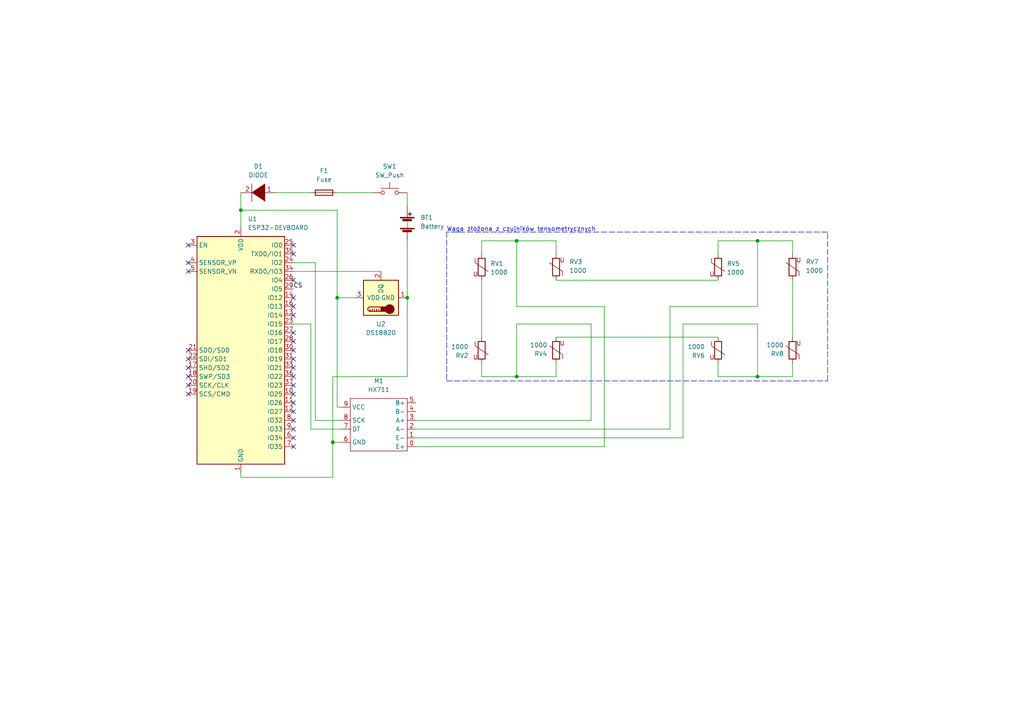
<source format=kicad_sch>
(kicad_sch (version 20211123) (generator eeschema)
  (paper "A4")
  (lib_symbols
    (symbol "Device:Battery" (pin_numbers hide) (pin_names (offset 0) hide)
      (property "Reference" "BT" (at 2.54 2.54 0))
      (property "Value" "Battery" (at 2.54 0 0))
      (symbol "Battery_0_1"
        (rectangle (start -2.032 -1.397) (end 2.032 -1.651) (fill (type outline)))
        (rectangle (start -2.032 1.778) (end 2.032 1.524) (fill (type outline)))
        (rectangle (start -1.3208 -1.9812) (end 1.27 -2.4892) (fill (type outline)))
        (rectangle (start -1.3208 1.1938) (end 1.27 0.6858) (fill (type outline)))
        (polyline (pts (xy 0 -1.524) (xy 0 -1.27)))
        (polyline (pts (xy 0 -1.016) (xy 0 -0.762)))
        (polyline (pts (xy 0 -0.508) (xy 0 -0.254)))
        (polyline (pts (xy 0 0) (xy 0 0.254)))
        (polyline (pts (xy 0 0.508) (xy 0 0.762)))
        (polyline (pts (xy 0 1.778) (xy 0 2.54)))
        (polyline (pts (xy 0.254 2.667) (xy 1.27 2.667)) (stroke (width 0.254)))
        (polyline (pts (xy 0.762 3.175) (xy 0.762 2.159)) (stroke (width 0.254)))
      )
      (symbol "Battery_1_1"
        (pin passive line (at 0 5.08 270) (length 2.54) (name "+") (number "1"))
        (pin passive line (at 0 -5.08 90) (length 2.54) (name "-") (number "2"))
      )
    )
    (symbol "Device:Fuse" (pin_numbers hide) (pin_names (offset 0))
      (property "Reference" "F" (at 2.032 0 90))
      (property "Value" "Fuse" (at -1.905 0 90))
      (symbol "Fuse_0_1"
        (rectangle (start -0.762 -2.54) (end 0.762 2.54) (stroke (width 0.254)))
        (polyline (pts (xy 0 2.54) (xy 0 -2.54)))
      )
      (symbol "Fuse_1_1"
        (pin passive line (at 0 3.81 270) (length 1.27) (name "~") (number "1"))
        (pin passive line (at 0 -3.81 90) (length 1.27) (name "~") (number "2"))
      )
    )
    (symbol "Device:Varistor" (pin_numbers hide) (pin_names (offset 0))
      (property "Reference" "RV" (at 3.175 0 90))
      (property "Value" "Varistor" (at -3.175 0 90))
      (symbol "Varistor_0_0"
        (text "U" (at -1.778 -2.032 0) (effects (font (size 1.27 1.27))))
      )
      (symbol "Varistor_0_1"
        (rectangle (start -1.016 -2.54) (end 1.016 2.54) (stroke (width 0.254)))
        (polyline (pts (xy -1.905 2.54) (xy -1.905 1.27) (xy 1.905 -1.27)))
      )
      (symbol "Varistor_1_1"
        (pin passive line (at 0 3.81 270) (length 1.27) (name "~") (number "1"))
        (pin passive line (at 0 -3.81 90) (length 1.27) (name "~") (number "2"))
      )
    )
    (symbol "RF_Module:ESP32-WROOM-32"
      (property "Reference" "U" (at -12.7 34.29 0))
      (property "Value" "ESP32-WROOM-32" (at 1.27 34.29 0))
      (symbol "ESP32-WROOM-32_0_1"
        (rectangle (start -12.7 33.02) (end 12.7 -33.02) (stroke (width 0.254)) (fill (type background)))
      )
      (symbol "ESP32-WROOM-32_1_1"
        (pin power_in line (at 0 -35.56 90) (length 2.54) (name "GND") (number "1"))
        (pin bidirectional line (at 15.24 -12.7 180) (length 2.54) (name "IO25") (number "10"))
        (pin bidirectional line (at 15.24 -15.24 180) (length 2.54) (name "IO26") (number "11"))
        (pin bidirectional line (at 15.24 -17.78 180) (length 2.54) (name "IO27") (number "12"))
        (pin bidirectional line (at 15.24 10.16 180) (length 2.54) (name "IO14") (number "13"))
        (pin bidirectional line (at 15.24 15.24 180) (length 2.54) (name "IO12") (number "14"))
        (pin passive line (at 0 -35.56 90) (length 2.54) hide (name "GND") (number "15"))
        (pin bidirectional line (at 15.24 12.7 180) (length 2.54) (name "IO13") (number "16"))
        (pin bidirectional line (at -15.24 -5.08 0) (length 2.54) (name "SHD/SD2") (number "17"))
        (pin bidirectional line (at -15.24 -7.62 0) (length 2.54) (name "SWP/SD3") (number "18"))
        (pin bidirectional line (at -15.24 -12.7 0) (length 2.54) (name "SCS/CMD") (number "19"))
        (pin power_in line (at 0 35.56 270) (length 2.54) (name "VDD") (number "2"))
        (pin bidirectional line (at -15.24 -10.16 0) (length 2.54) (name "SCK/CLK") (number "20"))
        (pin bidirectional line (at -15.24 0 0) (length 2.54) (name "SDO/SD0") (number "21"))
        (pin bidirectional line (at -15.24 -2.54 0) (length 2.54) (name "SDI/SD1") (number "22"))
        (pin bidirectional line (at 15.24 7.62 180) (length 2.54) (name "IO15") (number "23"))
        (pin bidirectional line (at 15.24 25.4 180) (length 2.54) (name "IO2") (number "24"))
        (pin bidirectional line (at 15.24 30.48 180) (length 2.54) (name "IO0") (number "25"))
        (pin bidirectional line (at 15.24 20.32 180) (length 2.54) (name "IO4") (number "26"))
        (pin bidirectional line (at 15.24 5.08 180) (length 2.54) (name "IO16") (number "27"))
        (pin bidirectional line (at 15.24 2.54 180) (length 2.54) (name "IO17") (number "28"))
        (pin bidirectional line (at 15.24 17.78 180) (length 2.54) (name "IO5") (number "29"))
        (pin input line (at -15.24 30.48 0) (length 2.54) (name "EN") (number "3"))
        (pin bidirectional line (at 15.24 0 180) (length 2.54) (name "IO18") (number "30"))
        (pin bidirectional line (at 15.24 -2.54 180) (length 2.54) (name "IO19") (number "31"))
        (pin no_connect line (at -12.7 -27.94 0) (length 2.54) hide (name "NC") (number "32"))
        (pin bidirectional line (at 15.24 -5.08 180) (length 2.54) (name "IO21") (number "33"))
        (pin bidirectional line (at 15.24 22.86 180) (length 2.54) (name "RXD0/IO3") (number "34"))
        (pin bidirectional line (at 15.24 27.94 180) (length 2.54) (name "TXD0/IO1") (number "35"))
        (pin bidirectional line (at 15.24 -7.62 180) (length 2.54) (name "IO22") (number "36"))
        (pin bidirectional line (at 15.24 -10.16 180) (length 2.54) (name "IO23") (number "37"))
        (pin passive line (at 0 -35.56 90) (length 2.54) hide (name "GND") (number "38"))
        (pin passive line (at 0 -35.56 90) (length 2.54) hide (name "GND") (number "39"))
        (pin input line (at -15.24 25.4 0) (length 2.54) (name "SENSOR_VP") (number "4"))
        (pin input line (at -15.24 22.86 0) (length 2.54) (name "SENSOR_VN") (number "5"))
        (pin input line (at 15.24 -25.4 180) (length 2.54) (name "IO34") (number "6"))
        (pin input line (at 15.24 -27.94 180) (length 2.54) (name "IO35") (number "7"))
        (pin bidirectional line (at 15.24 -20.32 180) (length 2.54) (name "IO32") (number "8"))
        (pin bidirectional line (at 15.24 -22.86 180) (length 2.54) (name "IO33") (number "9"))
      )
    )
    (symbol "Sensor_Temperature:DS18B20" (pin_names (offset 1.016))
      (property "Reference" "U" (at -3.81 6.35 0))
      (property "Value" "DS18B20" (at 6.35 6.35 0))
      (symbol "DS18B20_0_1"
        (rectangle (start -5.08 5.08) (end 5.08 -5.08) (stroke (width 0.254)) (fill (type background)))
        (circle (center -3.302 -2.54) (radius 1.27) (stroke (width 0.254)) (fill (type outline)))
        (rectangle (start -2.667 -1.905) (end -3.937 0) (stroke (width 0.254)) (fill (type outline)))
        (arc (start -2.667 3.175) (mid -3.302 3.81) (end -3.937 3.175) (stroke (width 0.254)))
        (polyline (pts (xy -3.937 0.635) (xy -3.302 0.635)) (stroke (width 0.254)))
        (polyline (pts (xy -3.937 1.27) (xy -3.302 1.27)) (stroke (width 0.254)))
        (polyline (pts (xy -3.937 1.905) (xy -3.302 1.905)) (stroke (width 0.254)))
        (polyline (pts (xy -3.937 2.54) (xy -3.302 2.54)) (stroke (width 0.254)))
        (polyline (pts (xy -3.937 3.175) (xy -3.937 0)) (stroke (width 0.254)))
        (polyline (pts (xy -3.937 3.175) (xy -3.302 3.175)) (stroke (width 0.254)))
        (polyline (pts (xy -2.667 3.175) (xy -2.667 0)) (stroke (width 0.254)))
      )
      (symbol "DS18B20_1_1"
        (pin power_in line (at 0 -7.62 90) (length 2.54) (name "GND") (number "1"))
        (pin bidirectional line (at 7.62 0 180) (length 2.54) (name "DQ") (number "2"))
        (pin power_in line (at 0 7.62 270) (length 2.54) (name "VDD") (number "3"))
      )
    )
    (symbol "Switch:SW_Push" (pin_numbers hide) (pin_names (offset 1.016) hide)
      (property "Reference" "SW" (at 1.27 2.54 0))
      (property "Value" "SW_Push" (at 0 -1.524 0))
      (symbol "SW_Push_0_1"
        (circle (center -2.032 0) (radius 0.508))
        (polyline (pts (xy 0 1.27) (xy 0 3.048)))
        (polyline (pts (xy 2.54 1.27) (xy -2.54 1.27)))
        (circle (center 2.032 0) (radius 0.508))
        (pin passive line (at -5.08 0 0) (length 2.54) (name "1") (number "1"))
        (pin passive line (at 5.08 0 180) (length 2.54) (name "2") (number "2"))
      )
    )
    (symbol "pspice:DIODE" (pin_names (offset 1.016) hide)
      (property "Reference" "D" (at 0 3.81 0))
      (property "Value" "DIODE" (at 0 -4.445 0))
      (symbol "DIODE_0_1"
        (polyline (pts (xy 1.905 2.54) (xy 1.905 -2.54)))
        (polyline (pts (xy -1.905 2.54) (xy -1.905 -2.54) (xy 1.905 0)) (fill (type outline)))
      )
      (symbol "DIODE_1_1"
        (pin input line (at -5.08 0 0) (length 3.81) (name "K") (number "1"))
        (pin input line (at 5.08 0 180) (length 3.81) (name "A") (number "2"))
      )
    )
    (symbol "wlasna_biblioteka1:HX711"
      (property "Reference" "M" (at -0.635 0 0))
      (property "Value" "HX711" (at 1.27 1.905 0))
      (symbol "HX711_0_1"
        (rectangle (start -6.35 -1.27) (end 10.16 -16.51))
      )
      (symbol "HX711_1_1"
        (pin input line (at -8.89 -2.54 0) (length 2.54) (name "E+") (number "0"))
        (pin input line (at -8.89 -5.08 0) (length 2.54) (name "E-") (number "1"))
        (pin input line (at -8.89 -7.62 0) (length 2.54) (name "A-") (number "2"))
        (pin input line (at -8.89 -10.16 0) (length 2.54) (name "A+") (number "3"))
        (pin input line (at -8.89 -12.7 0) (length 2.54) (name "B-") (number "4"))
        (pin input line (at -8.89 -15.24 0) (length 2.54) (name "B+") (number "5"))
        (pin power_out line (at 12.7 -3.81 180) (length 2.54) (name "GND") (number "6"))
        (pin output line (at 12.7 -7.62 180) (length 2.54) (name "DT") (number "7"))
        (pin output line (at 12.7 -10.16 180) (length 2.54) (name "SCK") (number "8"))
        (pin power_in line (at 12.7 -13.97 180) (length 2.54) (name "VCC") (number "9"))
      )
    )
  )
  (junction (at 96.52 128.27))
  (junction (at 97.79 86.36))
  (junction (at 149.86 69.85))
  (junction (at 219.71 69.85))
  (junction (at 219.71 109.22))
  (junction (at 69.85 60.96))
  (junction (at 149.86 109.22))
  (junction (at 118.11 86.36))
  (no_connect (at 85.09 106.68))
  (no_connect (at 85.09 71.12))
  (no_connect (at 54.61 104.14))
  (no_connect (at 54.61 78.74))
  (no_connect (at 85.09 111.76))
  (no_connect (at 85.09 81.28))
  (no_connect (at 85.09 127))
  (no_connect (at 54.61 114.3))
  (no_connect (at 85.09 104.14))
  (no_connect (at 85.09 101.6))
  (no_connect (at 85.09 116.84))
  (no_connect (at 54.61 76.2))
  (no_connect (at 85.09 91.44))
  (no_connect (at 85.09 96.52))
  (no_connect (at 85.09 114.3))
  (no_connect (at 85.09 88.9))
  (no_connect (at 85.09 99.06))
  (no_connect (at 85.09 121.92))
  (no_connect (at 85.09 73.66))
  (no_connect (at 54.61 109.22))
  (no_connect (at 54.61 71.12))
  (no_connect (at 85.09 86.36))
  (no_connect (at 54.61 101.6))
  (no_connect (at 54.61 106.68))
  (no_connect (at 85.09 129.54))
  (no_connect (at 54.61 111.76))
  (no_connect (at 85.09 109.22))
  (no_connect (at 85.09 124.46))
  (no_connect (at 85.09 119.38))
  (wire (pts (xy 97.79 86.36) (xy 102.87 86.36)))
  (wire (pts (xy 99.06 124.46) (xy 90.17 124.46)))
  (wire (pts (xy 120.65 127) (xy 198.12 127)))
  (wire (pts (xy 194.31 124.46) (xy 120.65 124.46)))
  (wire (pts (xy 139.7 105.41) (xy 139.7 109.22)))
  (wire (pts (xy 149.86 93.98) (xy 149.86 109.22)))
  (wire (pts (xy 161.29 81.28) (xy 208.28 81.28)))
  (wire (pts (xy 219.71 88.9) (xy 194.31 88.9)))
  (wire (pts (xy 118.11 69.85) (xy 118.11 86.36)))
  (wire (pts (xy 208.28 69.85) (xy 208.28 73.66)))
  (wire (pts (xy 171.45 93.98) (xy 171.45 121.92)))
  (wire (pts (xy 149.86 93.98) (xy 171.45 93.98)))
  (polyline (pts (xy 240.03 110.49) (xy 240.03 67.31)))
  (wire (pts (xy 139.7 81.28) (xy 139.7 97.79)))
  (wire (pts (xy 161.29 73.66) (xy 161.29 69.85)))
  (wire (pts (xy 194.31 88.9) (xy 194.31 124.46)))
  (polyline (pts (xy 129.54 67.31) (xy 129.54 110.49)))
  (wire (pts (xy 118.11 55.88) (xy 118.11 59.69)))
  (wire (pts (xy 208.28 109.22) (xy 219.71 109.22)))
  (wire (pts (xy 118.11 86.36) (xy 118.11 109.22)))
  (wire (pts (xy 69.85 60.96) (xy 69.85 66.04)))
  (wire (pts (xy 149.86 88.9) (xy 175.26 88.9)))
  (wire (pts (xy 96.52 138.43) (xy 69.85 138.43)))
  (wire (pts (xy 175.26 88.9) (xy 175.26 129.54)))
  (wire (pts (xy 161.29 97.79) (xy 208.28 97.79)))
  (wire (pts (xy 139.7 69.85) (xy 139.7 73.66)))
  (wire (pts (xy 85.09 78.74) (xy 110.49 78.74)))
  (wire (pts (xy 229.87 69.85) (xy 219.71 69.85)))
  (polyline (pts (xy 129.54 110.49) (xy 240.03 110.49)))
  (wire (pts (xy 229.87 81.28) (xy 229.87 97.79)))
  (wire (pts (xy 219.71 109.22) (xy 229.87 109.22)))
  (wire (pts (xy 91.44 76.2) (xy 91.44 121.92)))
  (wire (pts (xy 69.85 55.88) (xy 69.85 60.96)))
  (wire (pts (xy 99.06 118.11) (xy 97.79 118.11)))
  (wire (pts (xy 91.44 121.92) (xy 99.06 121.92)))
  (polyline (pts (xy 240.03 67.31) (xy 129.54 67.31)))
  (wire (pts (xy 90.17 55.88) (xy 80.01 55.88)))
  (wire (pts (xy 120.65 121.92) (xy 171.45 121.92)))
  (wire (pts (xy 96.52 128.27) (xy 99.06 128.27)))
  (wire (pts (xy 139.7 109.22) (xy 149.86 109.22)))
  (wire (pts (xy 198.12 93.98) (xy 219.71 93.98)))
  (wire (pts (xy 107.95 55.88) (xy 97.79 55.88)))
  (wire (pts (xy 219.71 69.85) (xy 219.71 88.9)))
  (wire (pts (xy 161.29 109.22) (xy 161.29 105.41)))
  (wire (pts (xy 149.86 69.85) (xy 161.29 69.85)))
  (wire (pts (xy 96.52 128.27) (xy 96.52 138.43)))
  (wire (pts (xy 90.17 93.98) (xy 85.09 93.98)))
  (wire (pts (xy 139.7 69.85) (xy 149.86 69.85)))
  (wire (pts (xy 96.52 109.22) (xy 96.52 128.27)))
  (wire (pts (xy 229.87 109.22) (xy 229.87 105.41)))
  (wire (pts (xy 118.11 109.22) (xy 96.52 109.22)))
  (wire (pts (xy 69.85 138.43) (xy 69.85 137.16)))
  (wire (pts (xy 219.71 93.98) (xy 219.71 109.22)))
  (wire (pts (xy 208.28 105.41) (xy 208.28 109.22)))
  (wire (pts (xy 229.87 73.66) (xy 229.87 69.85)))
  (wire (pts (xy 69.85 60.96) (xy 97.79 60.96)))
  (wire (pts (xy 149.86 109.22) (xy 161.29 109.22)))
  (wire (pts (xy 97.79 86.36) (xy 97.79 118.11)))
  (wire (pts (xy 219.71 69.85) (xy 208.28 69.85)))
  (wire (pts (xy 97.79 60.96) (xy 97.79 86.36)))
  (wire (pts (xy 175.26 129.54) (xy 120.65 129.54)))
  (wire (pts (xy 90.17 124.46) (xy 90.17 93.98)))
  (wire (pts (xy 149.86 69.85) (xy 149.86 88.9)))
  (wire (pts (xy 85.09 76.2) (xy 91.44 76.2)))
  (wire (pts (xy 198.12 127) (xy 198.12 93.98)))
  (text "Waga złożona z czujników tensometrycznych" (at 129.54 67.31 0) (effects (font (size 1.27 1.27)) (justify left bottom)))
  (label "CS" (at 85.09 83.82 0))
  (symbol (lib_id "Device:Varistor") (at 161.29 77.47 180) (unit 1)
    (property "Reference" "RV3" (at 165.1 75.9467 0) (effects (justify right)))
    (property "Value" "1000" (at 165.1 78.4867 0) (effects (justify right)))
  )
  (symbol (lib_id "Switch:SW_Push") (at 113.03 55.88 0) (unit 1)
    (property "Reference" "SW1" (at 113.03 48.26 0))
    (property "Value" "SW_Push" (at 113.03 50.8 0))
  )
  (symbol (lib_id "Device:Varistor") (at 229.87 77.47 180) (unit 1)
    (property "Reference" "RV7" (at 233.68 75.9467 0) (effects (justify right)))
    (property "Value" "1000" (at 233.68 78.4867 0) (effects (justify right)))
  )
  (symbol (lib_id "Device:Varistor") (at 208.28 101.6 0) (unit 1)
    (property "Reference" "RV6" (at 204.47 103.1233 0) (effects (justify right)))
    (property "Value" "1000" (at 204.47 100.5833 0) (effects (justify right)))
  )
  (symbol (lib_id "Device:Battery") (at 118.11 64.77 0) (unit 1)
    (property "Reference" "BT1" (at 121.92 63.1189 0) (effects (justify left)))
    (property "Value" "Battery" (at 121.92 65.6589 0) (effects (justify left)))
  )
  (symbol (lib_id "Device:Varistor") (at 208.28 77.47 0) (unit 1)
    (property "Reference" "RV5" (at 210.82 76.4531 0) (effects (justify left)))
    (property "Value" "1000" (at 210.82 78.9931 0) (effects (justify left)))
  )
  (symbol (lib_id "Device:Varistor") (at 229.87 101.6 180) (unit 1)
    (property "Reference" "RV8" (at 227.33 102.6169 0) (effects (justify left)))
    (property "Value" "1000" (at 227.33 100.0769 0) (effects (justify left)))
  )
  (symbol (lib_id "Sensor_Temperature:DS18B20") (at 110.49 86.36 90) (unit 1)
    (property "Reference" "U2" (at 110.49 93.98 90))
    (property "Value" "DS18B20" (at 110.49 96.52 90))
    (property "Footprint" "Package_TO_SOT_THT:TO-92_Inline" (effects hide))
    (property "Datasheet" "http://datasheets.maximintegrated.com/en/ds/DS18B20.pdf" (effects hide))
  )
  (symbol (lib_id "wlasna_biblioteka1:HX711") (at 111.76 132.08 180) (unit 1)
    (property "Reference" "M1" (at 109.855 110.49 0))
    (property "Value" "HX711" (at 109.855 113.03 0))
  )
  (symbol (lib_id "RF_Module:ESP32-WROOM-32") (at 69.85 101.6 0) (unit 1)
    (property "Reference" "U1" (at 71.8694 63.5 0) (effects (justify left)))
    (property "Value" "ESP32-DEVBOARD" (at 71.8694 66.04 0) (effects (justify left)))
    (property "Footprint" "RF_Module:ESP32-WROOM-32" (effects hide))
    (property "Datasheet" "https://www.espressif.com/sites/default/files/documentation/esp32-wroom-32_datasheet_en.pdf" (effects hide))
  )
  (symbol (lib_id "Device:Varistor") (at 161.29 101.6 180) (unit 1)
    (property "Reference" "RV4" (at 158.75 102.6169 0) (effects (justify left)))
    (property "Value" "1000" (at 158.75 100.0769 0) (effects (justify left)))
  )
  (symbol (lib_id "pspice:DIODE") (at 74.93 55.88 180) (unit 1)
    (property "Reference" "D1" (at 74.93 48.26 0))
    (property "Value" "DIODE" (at 74.93 50.8 0))
  )
  (symbol (lib_id "Device:Varistor") (at 139.7 101.6 0) (unit 1)
    (property "Reference" "RV2" (at 135.89 103.1233 0) (effects (justify right)))
    (property "Value" "1000" (at 135.89 100.5833 0) (effects (justify right)))
  )
  (symbol (lib_id "Device:Varistor") (at 139.7 77.47 0) (unit 1)
    (property "Reference" "RV1" (at 142.24 76.4531 0) (effects (justify left)))
    (property "Value" "1000" (at 142.24 78.9931 0) (effects (justify left)))
  )
  (symbol (lib_id "Device:Fuse") (at 93.98 55.88 90) (unit 1)
    (property "Reference" "F1" (at 93.98 49.53 90))
    (property "Value" "Fuse" (at 93.98 52.07 90))
  )
)
</source>
